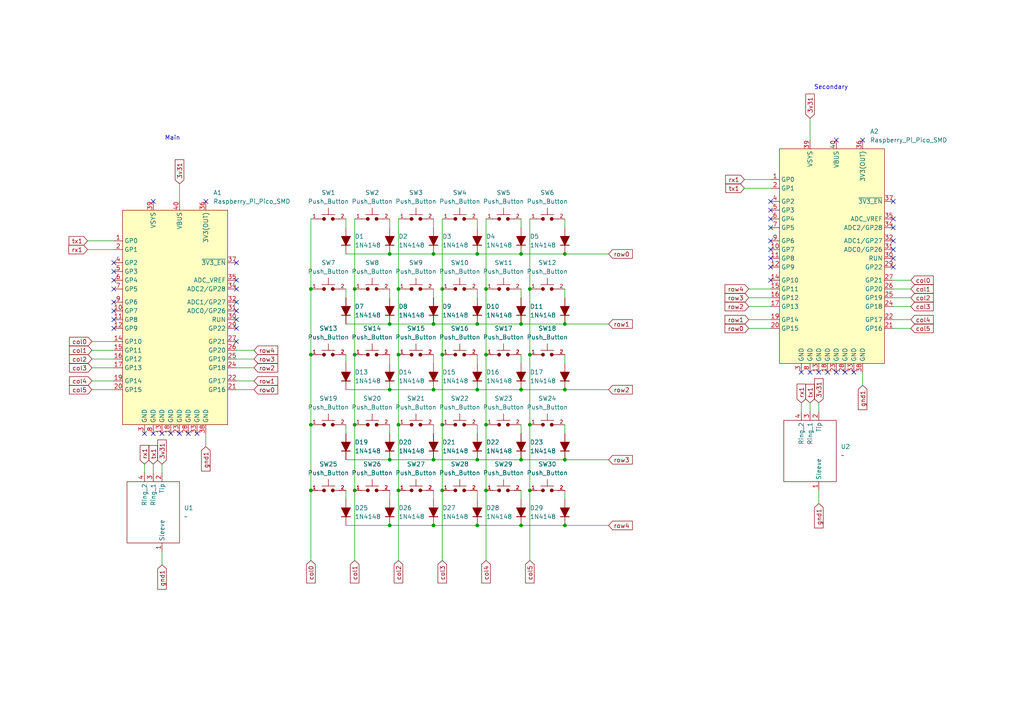
<source format=kicad_sch>
(kicad_sch (version 20250114) (generator "eeschema") (generator_version "9.0")
  (paper "A4")
  (lib_symbols
    (symbol "PCM_Diode_AKL:1N4148" (pin_numbers (hide yes)) (pin_names (offset 1.016) (hide yes))
      (property "Reference" "D" (at 0 5.08 0))
      (property "Value" "1N4148" (at 0 2.54 0))
      (symbol "1N4148_0_1"
        (polyline (pts (xy -1.27 1.27) (xy -1.27 -1.27) (xy 1.27 0) (xy -1.27 1.27)) (stroke (width 0.254)) (fill (type outline)))
        (polyline (pts (xy -1.27 0) (xy 1.27 0)))
        (polyline (pts (xy 1.27 1.27) (xy 1.27 -1.27)) (stroke (width 0.254)))
      )
      (symbol "1N4148_0_2"
        (polyline (pts (xy -2.54 -2.54) (xy 2.54 2.54)))
        (polyline (pts (xy -0.889 -0.889) (xy -1.778 0) (xy 0.889 0.889) (xy 0 -1.778) (xy -0.889 -0.889)) (stroke (width 0.254)) (fill (type outline)))
        (polyline (pts (xy 0 1.778) (xy 1.778 0)) (stroke (width 0.254)))
      )
      (symbol "1N4148_1_1"
        (pin passive line (at -3.81 0 0) (length 2.54) (name "A") (number "2"))
        (pin passive line (at 3.81 0 180) (length 2.54) (name "K") (number "1"))
      )
      (symbol "1N4148_1_2"
        (pin passive line (at -2.54 -2.54 0) (length 0) (name "A") (number "2"))
        (pin passive line (at 2.54 2.54 180) (length 0) (name "K") (number "1"))
      )
    )
    (symbol "PCM_SL_Devices:Push_Button"
      (property "Reference" "SW" (at 0 6.35 0))
      (property "Value" "Push_Button" (at 0 4.445 0))
      (symbol "Push_Button_0_1"
        (polyline (pts (xy -3.175 0) (xy -1.778 0)))
        (polyline (pts (xy -1.905 1.27) (xy 1.905 1.27)))
        (circle (center -1.27 0) (radius 0.4579) (fill (type outline)))
        (polyline (pts (xy 0 1.27) (xy 0 3.175)))
        (circle (center 1.27 0) (radius 0.4579) (fill (type outline)))
        (polyline (pts (xy 1.778 0) (xy 3.175 0)))
      )
      (symbol "Push_Button_1_1"
        (pin passive line (at -5.08 0 0) (length 2) (name "") (number "1"))
        (pin passive line (at 5.08 0 180) (length 2) (name "") (number "2"))
      )
    )
    (symbol "symbols:4ucon_trrs_3.5_smd"
      (property "Reference" "U" (at 0 0 0))
      (symbol "4ucon_trrs_3.5_smd_0_1"
        (polyline (pts (xy -5.08 8.89) (xy 10.16 8.89) (xy 10.16 -8.89) (xy -5.08 -8.89) (xy -5.08 8.89)))
      )
      (symbol "4ucon_trrs_3.5_smd_1_1"
        (pin bidirectional line (at 0 11.43 270) (length 2.54) (name "Ring_2") (number "4"))
        (pin bidirectional line (at 2.54 11.43 270) (length 2.54) (name "Ring_1") (number "3"))
        (pin bidirectional line (at 5.08 11.43 270) (length 2.54) (name "Tip") (number "2"))
        (pin bidirectional line (at 5.08 -11.43 90) (length 2.54) (name "Sleeve") (number "1"))
      )
    )
    (symbol "symbols:Raspberry_Pi_Pico_SMD"
      (property "Reference" "A" (at 12.7 34.29 0))
      (property "Value" "Raspberry_Pi_Pico_SMD" (at 21.59 31.75 0))
      (symbol "Raspberry_Pi_Pico_SMD_0_1"
        (rectangle (start -15.24 29.21) (end 15.24 -33.02) (fill (type background)))
      )
      (symbol "Raspberry_Pi_Pico_SMD_1_1"
        (pin bidirectional line (at -17.78 20.32 0) (length 2.54) (name "GP0") (number "1"))
        (pin bidirectional line (at -17.78 17.78 0) (length 2.54) (name "GP1") (number "2"))
        (pin bidirectional line (at -17.78 13.97 0) (length 2.54) (name "GP2") (number "4"))
        (pin bidirectional line (at -17.78 11.43 0) (length 2.54) (name "GP3") (number "5"))
        (pin bidirectional line (at -17.78 8.89 0) (length 2.54) (name "GP4") (number "6"))
        (pin bidirectional line (at -17.78 6.35 0) (length 2.54) (name "GP5") (number "7"))
        (pin bidirectional line (at -17.78 2.54 0) (length 2.54) (name "GP6") (number "9"))
        (pin bidirectional line (at -17.78 0 0) (length 2.54) (name "GP7") (number "10"))
        (pin bidirectional line (at -17.78 -2.54 0) (length 2.54) (name "GP8") (number "11"))
        (pin bidirectional line (at -17.78 -5.08 0) (length 2.54) (name "GP9") (number "12"))
        (pin bidirectional line (at -17.78 -8.89 0) (length 2.54) (name "GP10") (number "14"))
        (pin bidirectional line (at -17.78 -11.43 0) (length 2.54) (name "GP11") (number "15"))
        (pin bidirectional line (at -17.78 -13.97 0) (length 2.54) (name "GP12") (number "16"))
        (pin bidirectional line (at -17.78 -16.51 0) (length 2.54) (name "GP13") (number "17"))
        (pin bidirectional line (at -17.78 -20.32 0) (length 2.54) (name "GP14") (number "19"))
        (pin bidirectional line (at -17.78 -22.86 0) (length 2.54) (name "GP15") (number "20"))
        (pin power_in line (at -8.89 -35.56 90) (length 2.54) (name "GND") (number "3"))
        (pin power_in line (at -6.35 31.75 270) (length 2.54) (name "VSYS") (number "39"))
        (pin power_in line (at -6.35 -35.56 90) (length 2.54) (name "GND") (number "8"))
        (pin power_in line (at -3.81 -35.56 90) (length 2.54) (name "GND") (number "13"))
        (pin power_in line (at -1.27 -35.56 90) (length 2.54) (name "GND") (number "18"))
        (pin power_in line (at 1.27 31.75 270) (length 2.54) (name "VBUS") (number "40"))
        (pin power_in line (at 1.27 -35.56 90) (length 2.54) (name "GND") (number "23"))
        (pin power_in line (at 3.81 -35.56 90) (length 2.54) (name "GND") (number "28"))
        (pin power_in line (at 6.35 -35.56 90) (length 2.54) (name "GND") (number "33"))
        (pin power_in line (at 8.89 31.75 270) (length 2.54) (name "3V3(OUT)") (number "36"))
        (pin power_in line (at 8.89 -35.56 90) (length 2.54) (name "GND") (number "38"))
        (pin bidirectional line (at 17.78 13.97 180) (length 2.54) (name "~{3V3_EN}") (number "37"))
        (pin bidirectional line (at 17.78 8.89 180) (length 2.54) (name "ADC_VREF") (number "35"))
        (pin bidirectional line (at 17.78 6.35 180) (length 2.54) (name "ADC2/GP28") (number "34"))
        (pin bidirectional line (at 17.78 2.54 180) (length 2.54) (name "ADC1/GP27") (number "32"))
        (pin bidirectional line (at 17.78 0 180) (length 2.54) (name "ADC0/GP26") (number "31"))
        (pin bidirectional line (at 17.78 -2.54 180) (length 2.54) (name "RUN") (number "30"))
        (pin bidirectional line (at 17.78 -5.08 180) (length 2.54) (name "GP22") (number "29"))
        (pin bidirectional line (at 17.78 -8.89 180) (length 2.54) (name "GP21") (number "27"))
        (pin bidirectional line (at 17.78 -11.43 180) (length 2.54) (name "GP20") (number "26"))
        (pin bidirectional line (at 17.78 -13.97 180) (length 2.54) (name "GP19") (number "25"))
        (pin bidirectional line (at 17.78 -16.51 180) (length 2.54) (name "GP18") (number "24"))
        (pin bidirectional line (at 17.78 -20.32 180) (length 2.54) (name "GP17") (number "22"))
        (pin bidirectional line (at 17.78 -22.86 180) (length 2.54) (name "GP16") (number "21"))
      )
    )
  )
  (text "Main" (at 50.038 40.132 0) (effects (font (size 1.27 1.27))))
  (text "Secondary" (at 241.046 25.4 0) (effects (font (size 1.27 1.27))))
  (junction (at 153.67 83.82))
  (junction (at 102.87 123.19))
  (junction (at 90.17 142.24))
  (junction (at 140.97 142.24))
  (junction (at 151.13 73.66))
  (junction (at 90.17 102.87))
  (junction (at 90.17 123.19))
  (junction (at 151.13 152.4))
  (junction (at 125.73 73.66))
  (junction (at 138.43 93.98))
  (junction (at 128.27 83.82))
  (junction (at 151.13 133.35))
  (junction (at 153.67 102.87))
  (junction (at 151.13 113.03))
  (junction (at 102.87 102.87))
  (junction (at 138.43 152.4))
  (junction (at 151.13 93.98))
  (junction (at 125.73 133.35))
  (junction (at 113.03 93.98))
  (junction (at 138.43 113.03))
  (junction (at 102.87 142.24))
  (junction (at 140.97 123.19))
  (junction (at 163.83 152.4))
  (junction (at 115.57 123.19))
  (junction (at 102.87 83.82))
  (junction (at 138.43 73.66))
  (junction (at 138.43 133.35))
  (junction (at 113.03 152.4))
  (junction (at 115.57 142.24))
  (junction (at 115.57 83.82))
  (junction (at 163.83 73.66))
  (junction (at 113.03 73.66))
  (junction (at 113.03 133.35))
  (junction (at 125.73 152.4))
  (junction (at 125.73 93.98))
  (junction (at 113.03 113.03))
  (junction (at 140.97 83.82))
  (junction (at 163.83 113.03))
  (junction (at 163.83 93.98))
  (junction (at 163.83 133.35))
  (junction (at 128.27 142.24))
  (junction (at 140.97 102.87))
  (junction (at 128.27 102.87))
  (junction (at 90.17 83.82))
  (junction (at 153.67 142.24))
  (junction (at 125.73 113.03))
  (junction (at 115.57 102.87))
  (junction (at 153.67 123.19))
  (junction (at 128.27 123.19))
  (no_connect (at 223.52 72.39))
  (no_connect (at 52.07 125.73))
  (no_connect (at 68.58 87.63))
  (no_connect (at 68.58 92.71))
  (no_connect (at 44.45 125.73))
  (no_connect (at 57.15 125.73))
  (no_connect (at 68.58 90.17))
  (no_connect (at 46.99 125.73))
  (no_connect (at 33.02 87.63))
  (no_connect (at 33.02 92.71))
  (no_connect (at 68.58 76.2))
  (no_connect (at 33.02 83.82))
  (no_connect (at 33.02 78.74))
  (no_connect (at 68.58 99.06))
  (no_connect (at 237.49 107.95))
  (no_connect (at 259.08 63.5))
  (no_connect (at 247.65 107.95))
  (no_connect (at 223.52 74.93))
  (no_connect (at 41.91 125.73))
  (no_connect (at 259.08 77.47))
  (no_connect (at 44.45 58.42))
  (no_connect (at 223.52 63.5))
  (no_connect (at 223.52 58.42))
  (no_connect (at 259.08 72.39))
  (no_connect (at 49.53 125.73))
  (no_connect (at 33.02 90.17))
  (no_connect (at 59.69 58.42))
  (no_connect (at 259.08 66.04))
  (no_connect (at 242.57 40.64))
  (no_connect (at 54.61 125.73))
  (no_connect (at 223.52 77.47))
  (no_connect (at 250.19 40.64))
  (no_connect (at 68.58 81.28))
  (no_connect (at 232.41 107.95))
  (no_connect (at 33.02 95.25))
  (no_connect (at 259.08 69.85))
  (no_connect (at 223.52 69.85))
  (no_connect (at 234.95 107.95))
  (no_connect (at 33.02 76.2))
  (no_connect (at 223.52 60.96))
  (no_connect (at 68.58 95.25))
  (no_connect (at 259.08 74.93))
  (no_connect (at 33.02 81.28))
  (no_connect (at 242.57 107.95))
  (no_connect (at 240.03 107.95))
  (no_connect (at 68.58 83.82))
  (no_connect (at 223.52 81.28))
  (no_connect (at 245.11 107.95))
  (no_connect (at 259.08 58.42))
  (no_connect (at 223.52 66.04))
  (wire (pts (xy 217.17 83.82) (xy 223.52 83.82)))
  (wire (pts (xy 113.03 133.35) (xy 125.73 133.35)))
  (wire (pts (xy 217.17 92.71) (xy 223.52 92.71)))
  (wire (pts (xy 46.99 134.62) (xy 46.99 137.16)))
  (wire (pts (xy 26.67 113.03) (xy 33.02 113.03)))
  (wire (pts (xy 68.58 113.03) (xy 73.66 113.03)))
  (wire (pts (xy 140.97 63.5) (xy 140.97 83.82)))
  (wire (pts (xy 125.73 133.35) (xy 138.43 133.35)))
  (wire (pts (xy 163.83 73.66) (xy 176.53 73.66)))
  (wire (pts (xy 151.13 83.82) (xy 151.13 86.36)))
  (wire (pts (xy 259.08 95.25) (xy 264.16 95.25)))
  (wire (pts (xy 113.03 113.03) (xy 125.73 113.03)))
  (wire (pts (xy 163.83 152.4) (xy 176.53 152.4)))
  (wire (pts (xy 125.73 123.19) (xy 125.73 125.73)))
  (wire (pts (xy 128.27 123.19) (xy 128.27 142.24)))
  (wire (pts (xy 100.33 142.24) (xy 100.33 144.78)))
  (wire (pts (xy 115.57 63.5) (xy 115.57 83.82)))
  (wire (pts (xy 250.19 107.95) (xy 250.19 111.76)))
  (wire (pts (xy 237.49 116.84) (xy 237.49 119.38)))
  (wire (pts (xy 113.03 142.24) (xy 113.03 144.78)))
  (wire (pts (xy 259.08 83.82) (xy 264.16 83.82)))
  (wire (pts (xy 125.73 152.4) (xy 138.43 152.4)))
  (wire (pts (xy 163.83 113.03) (xy 176.53 113.03)))
  (wire (pts (xy 102.87 142.24) (xy 102.87 162.56)))
  (wire (pts (xy 234.95 34.29) (xy 234.95 40.64)))
  (wire (pts (xy 234.95 116.84) (xy 234.95 119.38)))
  (wire (pts (xy 153.67 142.24) (xy 153.67 162.56)))
  (wire (pts (xy 163.83 93.98) (xy 176.53 93.98)))
  (wire (pts (xy 163.83 102.87) (xy 163.83 105.41)))
  (wire (pts (xy 68.58 110.49) (xy 73.66 110.49)))
  (wire (pts (xy 217.17 88.9) (xy 223.52 88.9)))
  (wire (pts (xy 115.57 123.19) (xy 115.57 142.24)))
  (wire (pts (xy 140.97 102.87) (xy 140.97 123.19)))
  (wire (pts (xy 138.43 63.5) (xy 138.43 66.04)))
  (wire (pts (xy 26.67 104.14) (xy 33.02 104.14)))
  (wire (pts (xy 153.67 123.19) (xy 153.67 142.24)))
  (wire (pts (xy 232.41 116.84) (xy 232.41 119.38)))
  (wire (pts (xy 100.33 123.19) (xy 100.33 125.73)))
  (wire (pts (xy 102.87 83.82) (xy 102.87 102.87)))
  (wire (pts (xy 68.58 104.14) (xy 73.66 104.14)))
  (wire (pts (xy 215.9 54.61) (xy 223.52 54.61)))
  (wire (pts (xy 128.27 142.24) (xy 128.27 162.56)))
  (wire (pts (xy 138.43 93.98) (xy 151.13 93.98)))
  (wire (pts (xy 25.4 72.39) (xy 33.02 72.39)))
  (wire (pts (xy 138.43 73.66) (xy 151.13 73.66)))
  (wire (pts (xy 237.49 142.24) (xy 237.49 146.05)))
  (wire (pts (xy 115.57 102.87) (xy 115.57 123.19)))
  (wire (pts (xy 153.67 63.5) (xy 153.67 83.82)))
  (wire (pts (xy 59.69 125.73) (xy 59.69 129.54)))
  (wire (pts (xy 151.13 102.87) (xy 151.13 105.41)))
  (wire (pts (xy 125.73 73.66) (xy 138.43 73.66)))
  (wire (pts (xy 102.87 102.87) (xy 102.87 123.19)))
  (wire (pts (xy 125.73 142.24) (xy 125.73 144.78)))
  (wire (pts (xy 151.13 73.66) (xy 163.83 73.66)))
  (wire (pts (xy 259.08 86.36) (xy 264.16 86.36)))
  (wire (pts (xy 100.33 133.35) (xy 113.03 133.35)))
  (wire (pts (xy 52.07 53.34) (xy 52.07 58.42)))
  (wire (pts (xy 90.17 123.19) (xy 90.17 142.24)))
  (wire (pts (xy 140.97 142.24) (xy 140.97 162.56)))
  (wire (pts (xy 90.17 83.82) (xy 90.17 102.87)))
  (wire (pts (xy 138.43 152.4) (xy 151.13 152.4)))
  (wire (pts (xy 113.03 102.87) (xy 113.03 105.41)))
  (wire (pts (xy 138.43 142.24) (xy 138.43 144.78)))
  (wire (pts (xy 153.67 83.82) (xy 153.67 102.87)))
  (wire (pts (xy 215.9 52.07) (xy 223.52 52.07)))
  (wire (pts (xy 128.27 63.5) (xy 128.27 83.82)))
  (wire (pts (xy 100.33 93.98) (xy 113.03 93.98)))
  (wire (pts (xy 113.03 83.82) (xy 113.03 86.36)))
  (wire (pts (xy 68.58 106.68) (xy 73.66 106.68)))
  (wire (pts (xy 90.17 142.24) (xy 90.17 162.56)))
  (wire (pts (xy 115.57 83.82) (xy 115.57 102.87)))
  (wire (pts (xy 151.13 133.35) (xy 163.83 133.35)))
  (wire (pts (xy 138.43 123.19) (xy 138.43 125.73)))
  (wire (pts (xy 128.27 83.82) (xy 128.27 102.87)))
  (wire (pts (xy 125.73 93.98) (xy 138.43 93.98)))
  (wire (pts (xy 102.87 123.19) (xy 102.87 142.24)))
  (wire (pts (xy 113.03 123.19) (xy 113.03 125.73)))
  (wire (pts (xy 90.17 63.5) (xy 90.17 83.82)))
  (wire (pts (xy 125.73 102.87) (xy 125.73 105.41)))
  (wire (pts (xy 26.67 99.06) (xy 33.02 99.06)))
  (wire (pts (xy 140.97 123.19) (xy 140.97 142.24)))
  (wire (pts (xy 90.17 102.87) (xy 90.17 123.19)))
  (wire (pts (xy 138.43 113.03) (xy 151.13 113.03)))
  (wire (pts (xy 217.17 86.36) (xy 223.52 86.36)))
  (wire (pts (xy 100.33 73.66) (xy 113.03 73.66)))
  (wire (pts (xy 151.13 93.98) (xy 163.83 93.98)))
  (wire (pts (xy 138.43 133.35) (xy 151.13 133.35)))
  (wire (pts (xy 153.67 102.87) (xy 153.67 123.19)))
  (wire (pts (xy 25.4 69.85) (xy 33.02 69.85)))
  (wire (pts (xy 125.73 63.5) (xy 125.73 66.04)))
  (wire (pts (xy 115.57 142.24) (xy 115.57 162.56)))
  (wire (pts (xy 26.67 110.49) (xy 33.02 110.49)))
  (wire (pts (xy 113.03 63.5) (xy 113.03 66.04)))
  (wire (pts (xy 113.03 93.98) (xy 125.73 93.98)))
  (wire (pts (xy 163.83 142.24) (xy 163.83 144.78)))
  (wire (pts (xy 151.13 113.03) (xy 163.83 113.03)))
  (wire (pts (xy 26.67 101.6) (xy 33.02 101.6)))
  (wire (pts (xy 125.73 83.82) (xy 125.73 86.36)))
  (wire (pts (xy 163.83 63.5) (xy 163.83 66.04)))
  (wire (pts (xy 151.13 152.4) (xy 163.83 152.4)))
  (wire (pts (xy 138.43 83.82) (xy 138.43 86.36)))
  (wire (pts (xy 259.08 81.28) (xy 264.16 81.28)))
  (wire (pts (xy 151.13 123.19) (xy 151.13 125.73)))
  (wire (pts (xy 100.33 102.87) (xy 100.33 105.41)))
  (wire (pts (xy 128.27 102.87) (xy 128.27 123.19)))
  (wire (pts (xy 41.91 134.62) (xy 41.91 137.16)))
  (wire (pts (xy 100.33 83.82) (xy 100.33 86.36)))
  (wire (pts (xy 259.08 92.71) (xy 264.16 92.71)))
  (wire (pts (xy 68.58 101.6) (xy 73.66 101.6)))
  (wire (pts (xy 46.99 160.02) (xy 46.99 163.83)))
  (wire (pts (xy 217.17 95.25) (xy 223.52 95.25)))
  (wire (pts (xy 163.83 123.19) (xy 163.83 125.73)))
  (wire (pts (xy 102.87 63.5) (xy 102.87 83.82)))
  (wire (pts (xy 113.03 73.66) (xy 125.73 73.66)))
  (wire (pts (xy 138.43 102.87) (xy 138.43 105.41)))
  (wire (pts (xy 140.97 83.82) (xy 140.97 102.87)))
  (wire (pts (xy 100.33 113.03) (xy 113.03 113.03)))
  (wire (pts (xy 259.08 88.9) (xy 264.16 88.9)))
  (wire (pts (xy 151.13 63.5) (xy 151.13 66.04)))
  (wire (pts (xy 26.67 106.68) (xy 33.02 106.68)))
  (wire (pts (xy 100.33 63.5) (xy 100.33 66.04)))
  (wire (pts (xy 163.83 83.82) (xy 163.83 86.36)))
  (wire (pts (xy 113.03 152.4) (xy 125.73 152.4)))
  (wire (pts (xy 163.83 133.35) (xy 176.53 133.35)))
  (wire (pts (xy 100.33 152.4) (xy 113.03 152.4)))
  (wire (pts (xy 44.45 134.62) (xy 44.45 137.16)))
  (wire (pts (xy 151.13 142.24) (xy 151.13 144.78)))
  (wire (pts (xy 125.73 113.03) (xy 138.43 113.03)))
  (global_label "row4" (shape input) (at 176.53 152.4 0) (property "Intersheetrefs" "${INTERSHEET_REFS}" (effects (hide yes))))
  (global_label "3v31" (shape input) (at 234.95 34.29 90) (property "Intersheetrefs" "${INTERSHEET_REFS}" (effects (hide yes))))
  (global_label "row2" (shape input) (at 73.66 106.68 0) (property "Intersheetrefs" "${INTERSHEET_REFS}" (effects (hide yes))))
  (global_label "row1" (shape input) (at 176.53 93.98 0) (property "Intersheetrefs" "${INTERSHEET_REFS}" (effects (hide yes))))
  (global_label "col1" (shape input) (at 26.67 101.6 180) (property "Intersheetrefs" "${INTERSHEET_REFS}" (effects (hide yes))))
  (global_label "rx1" (shape input) (at 215.9 52.07 180) (property "Intersheetrefs" "${INTERSHEET_REFS}" (effects (hide yes))))
  (global_label "rx1" (shape input) (at 232.41 116.84 90) (property "Intersheetrefs" "${INTERSHEET_REFS}" (effects (hide yes))))
  (global_label "col0" (shape input) (at 90.17 162.56 270) (property "Intersheetrefs" "${INTERSHEET_REFS}" (effects (hide yes))))
  (global_label "rx1" (shape input) (at 41.91 134.62 90) (property "Intersheetrefs" "${INTERSHEET_REFS}" (effects (hide yes))))
  (global_label "row3" (shape input) (at 73.66 104.14 0) (property "Intersheetrefs" "${INTERSHEET_REFS}" (effects (hide yes))))
  (global_label "row1" (shape input) (at 73.66 110.49 0) (property "Intersheetrefs" "${INTERSHEET_REFS}" (effects (hide yes))))
  (global_label "col4" (shape input) (at 264.16 92.71 0) (property "Intersheetrefs" "${INTERSHEET_REFS}" (effects (hide yes))))
  (global_label "rx1" (shape input) (at 25.4 72.39 180) (property "Intersheetrefs" "${INTERSHEET_REFS}" (effects (hide yes))))
  (global_label "3v31" (shape input) (at 237.49 116.84 90) (property "Intersheetrefs" "${INTERSHEET_REFS}" (effects (hide yes))))
  (global_label "col3" (shape input) (at 264.16 88.9 0) (property "Intersheetrefs" "${INTERSHEET_REFS}" (effects (hide yes))))
  (global_label "gnd1" (shape input) (at 46.99 163.83 270) (property "Intersheetrefs" "${INTERSHEET_REFS}" (effects (hide yes))))
  (global_label "tx1" (shape input) (at 234.95 116.84 90) (property "Intersheetrefs" "${INTERSHEET_REFS}" (effects (hide yes))))
  (global_label "row0" (shape input) (at 176.53 73.66 0) (property "Intersheetrefs" "${INTERSHEET_REFS}" (effects (hide yes))))
  (global_label "row3" (shape input) (at 176.53 133.35 0) (property "Intersheetrefs" "${INTERSHEET_REFS}" (effects (hide yes))))
  (global_label "tx1" (shape input) (at 215.9 54.61 180) (property "Intersheetrefs" "${INTERSHEET_REFS}" (effects (hide yes))))
  (global_label "row4" (shape input) (at 73.66 101.6 0) (property "Intersheetrefs" "${INTERSHEET_REFS}" (effects (hide yes))))
  (global_label "col2" (shape input) (at 26.67 104.14 180) (property "Intersheetrefs" "${INTERSHEET_REFS}" (effects (hide yes))))
  (global_label "col3" (shape input) (at 26.67 106.68 180) (property "Intersheetrefs" "${INTERSHEET_REFS}" (effects (hide yes))))
  (global_label "row0" (shape input) (at 217.17 95.25 180) (property "Intersheetrefs" "${INTERSHEET_REFS}" (effects (hide yes))))
  (global_label "col0" (shape input) (at 26.67 99.06 180) (property "Intersheetrefs" "${INTERSHEET_REFS}" (effects (hide yes))))
  (global_label "3v31" (shape input) (at 46.99 134.62 90) (property "Intersheetrefs" "${INTERSHEET_REFS}" (effects (hide yes))))
  (global_label "tx1" (shape input) (at 44.45 134.62 90) (property "Intersheetrefs" "${INTERSHEET_REFS}" (effects (hide yes))))
  (global_label "col3" (shape input) (at 128.27 162.56 270) (property "Intersheetrefs" "${INTERSHEET_REFS}" (effects (hide yes))))
  (global_label "col1" (shape input) (at 264.16 83.82 0) (property "Intersheetrefs" "${INTERSHEET_REFS}" (effects (hide yes))))
  (global_label "row2" (shape input) (at 176.53 113.03 0) (property "Intersheetrefs" "${INTERSHEET_REFS}" (effects (hide yes))))
  (global_label "col1" (shape input) (at 102.87 162.56 270) (property "Intersheetrefs" "${INTERSHEET_REFS}" (effects (hide yes))))
  (global_label "col2" (shape input) (at 264.16 86.36 0) (property "Intersheetrefs" "${INTERSHEET_REFS}" (effects (hide yes))))
  (global_label "row2" (shape input) (at 217.17 88.9 180) (property "Intersheetrefs" "${INTERSHEET_REFS}" (effects (hide yes))))
  (global_label "3v31" (shape input) (at 52.07 53.34 90) (property "Intersheetrefs" "${INTERSHEET_REFS}" (effects (hide yes))))
  (global_label "col5" (shape input) (at 26.67 113.03 180) (property "Intersheetrefs" "${INTERSHEET_REFS}" (effects (hide yes))))
  (global_label "col2" (shape input) (at 115.57 162.56 270) (property "Intersheetrefs" "${INTERSHEET_REFS}" (effects (hide yes))))
  (global_label "col5" (shape input) (at 264.16 95.25 0) (property "Intersheetrefs" "${INTERSHEET_REFS}" (effects (hide yes))))
  (global_label "gnd1" (shape input) (at 59.69 129.54 270) (property "Intersheetrefs" "${INTERSHEET_REFS}" (effects (hide yes))))
  (global_label "row1" (shape input) (at 217.17 92.71 180) (property "Intersheetrefs" "${INTERSHEET_REFS}" (effects (hide yes))))
  (global_label "tx1" (shape input) (at 25.4 69.85 180) (property "Intersheetrefs" "${INTERSHEET_REFS}" (effects (hide yes))))
  (global_label "col4" (shape input) (at 140.97 162.56 270) (property "Intersheetrefs" "${INTERSHEET_REFS}" (effects (hide yes))))
  (global_label "gnd1" (shape input) (at 250.19 111.76 270) (property "Intersheetrefs" "${INTERSHEET_REFS}" (effects (hide yes))))
  (global_label "col0" (shape input) (at 264.16 81.28 0) (property "Intersheetrefs" "${INTERSHEET_REFS}" (effects (hide yes))))
  (global_label "gnd1" (shape input) (at 237.49 146.05 270) (property "Intersheetrefs" "${INTERSHEET_REFS}" (effects (hide yes))))
  (global_label "row3" (shape input) (at 217.17 86.36 180) (property "Intersheetrefs" "${INTERSHEET_REFS}" (effects (hide yes))))
  (global_label "col4" (shape input) (at 26.67 110.49 180) (property "Intersheetrefs" "${INTERSHEET_REFS}" (effects (hide yes))))
  (global_label "col5" (shape input) (at 153.67 162.56 270) (property "Intersheetrefs" "${INTERSHEET_REFS}" (effects (hide yes))))
  (global_label "row4" (shape input) (at 217.17 83.82 180) (property "Intersheetrefs" "${INTERSHEET_REFS}" (effects (hide yes))))
  (global_label "row0" (shape input) (at 73.66 113.03 0) (property "Intersheetrefs" "${INTERSHEET_REFS}" (effects (hide yes))))
  (symbol (lib_id "symbols:4ucon_trrs_3.5_smd") (at 41.91 148.59 0) (unit 1)
    (property "Reference" "U1" (at 53.34 147.3199 0) (effects (justify left)))
    (property "Value" "~" (at 53.34 149.8599 0) (effects (justify left)))
    (property "Footprint" "footprints:4ucon trrs 3.5 smd" (effects (hide yes)))
  )
  (symbol (lib_id "PCM_Diode_AKL:1N4148") (at 125.73 90.17 270) (unit 1)
    (property "Reference" "D9" (at 128.27 88.8999 90) (effects (justify left)))
    (property "Value" "1N4148" (at 128.27 91.4399 90) (effects (justify left)))
    (property "Footprint" "PCM_Diode_THT_AKL:D_DO-35_SOD27_P7.62mm_Horizontal" (effects (hide yes)))
    (property "Datasheet" "https://datasheet.octopart.com/1N4148TR-ON-Semiconductor-datasheet-42765246.pdf" (effects (hide yes)))
    (property "Description" "DO-35 Diode, Small Signal, Fast Switching, 75V, 150mA, 4ns, Alternate KiCad Library" (effects (hide yes)))
  )
  (symbol (lib_id "PCM_SL_Devices:Push_Button") (at 158.75 102.87 0) (unit 1)
    (property "Reference" "SW18" (at 158.75 95.25 0))
    (property "Value" "Push_Button" (at 158.75 97.79 0))
    (property "Footprint" "footprints:SW_Kailh_Choc_V2_1.00u_double-sided" (effects (hide yes)))
    (property "Description" "Common 6mmx6mm Push Button" (effects (hide yes)))
  )
  (symbol (lib_id "PCM_Diode_AKL:1N4148") (at 151.13 90.17 270) (unit 1)
    (property "Reference" "D11" (at 153.67 88.8999 90) (effects (justify left)))
    (property "Value" "1N4148" (at 153.67 91.4399 90) (effects (justify left)))
    (property "Footprint" "PCM_Diode_THT_AKL:D_DO-35_SOD27_P7.62mm_Horizontal" (effects (hide yes)))
    (property "Datasheet" "https://datasheet.octopart.com/1N4148TR-ON-Semiconductor-datasheet-42765246.pdf" (effects (hide yes)))
    (property "Description" "DO-35 Diode, Small Signal, Fast Switching, 75V, 150mA, 4ns, Alternate KiCad Library" (effects (hide yes)))
  )
  (symbol (lib_id "PCM_Diode_AKL:1N4148") (at 163.83 148.59 270) (unit 1)
    (property "Reference" "D30" (effects (hide yes)))
    (property "Value" "1N4148" (effects (hide yes)))
    (property "Footprint" "PCM_Diode_THT_AKL:D_DO-35_SOD27_P7.62mm_Horizontal" (effects (hide yes)))
    (property "Datasheet" "https://datasheet.octopart.com/1N4148TR-ON-Semiconductor-datasheet-42765246.pdf" (effects (hide yes)))
    (property "Description" "DO-35 Diode, Small Signal, Fast Switching, 75V, 150mA, 4ns, Alternate KiCad Library" (effects (hide yes)))
  )
  (symbol (lib_id "PCM_SL_Devices:Push_Button") (at 120.65 83.82 0) (unit 1)
    (property "Reference" "SW9" (at 120.65 76.2 0))
    (property "Value" "Push_Button" (at 120.65 78.74 0))
    (property "Footprint" "footprints:SW_Kailh_Choc_V2_1.00u_double-sided" (effects (hide yes)))
    (property "Description" "Common 6mmx6mm Push Button" (effects (hide yes)))
  )
  (symbol (lib_id "PCM_Diode_AKL:1N4148") (at 113.03 109.22 270) (unit 1)
    (property "Reference" "D14" (at 115.57 107.9499 90) (effects (justify left)))
    (property "Value" "1N4148" (at 115.57 110.4899 90) (effects (justify left)))
    (property "Footprint" "PCM_Diode_THT_AKL:D_DO-35_SOD27_P7.62mm_Horizontal" (effects (hide yes)))
    (property "Datasheet" "https://datasheet.octopart.com/1N4148TR-ON-Semiconductor-datasheet-42765246.pdf" (effects (hide yes)))
    (property "Description" "DO-35 Diode, Small Signal, Fast Switching, 75V, 150mA, 4ns, Alternate KiCad Library" (effects (hide yes)))
  )
  (symbol (lib_id "PCM_SL_Devices:Push_Button") (at 133.35 83.82 0) (unit 1)
    (property "Reference" "SW10" (at 133.35 76.2 0))
    (property "Value" "Push_Button" (at 133.35 78.74 0))
    (property "Footprint" "footprints:SW_Kailh_Choc_V2_1.00u_double-sided" (effects (hide yes)))
    (property "Description" "Common 6mmx6mm Push Button" (effects (hide yes)))
  )
  (symbol (lib_id "PCM_Diode_AKL:1N4148") (at 151.13 129.54 270) (unit 1)
    (property "Reference" "D23" (at 153.67 128.2699 90) (effects (justify left)))
    (property "Value" "1N4148" (at 153.67 130.8099 90) (effects (justify left)))
    (property "Footprint" "PCM_Diode_THT_AKL:D_DO-35_SOD27_P7.62mm_Horizontal" (effects (hide yes)))
    (property "Datasheet" "https://datasheet.octopart.com/1N4148TR-ON-Semiconductor-datasheet-42765246.pdf" (effects (hide yes)))
    (property "Description" "DO-35 Diode, Small Signal, Fast Switching, 75V, 150mA, 4ns, Alternate KiCad Library" (effects (hide yes)))
  )
  (symbol (lib_id "PCM_Diode_AKL:1N4148") (at 138.43 109.22 270) (unit 1)
    (property "Reference" "D16" (at 140.97 107.9499 90) (effects (justify left)))
    (property "Value" "1N4148" (at 140.97 110.4899 90) (effects (justify left)))
    (property "Footprint" "PCM_Diode_THT_AKL:D_DO-35_SOD27_P7.62mm_Horizontal" (effects (hide yes)))
    (property "Datasheet" "https://datasheet.octopart.com/1N4148TR-ON-Semiconductor-datasheet-42765246.pdf" (effects (hide yes)))
    (property "Description" "DO-35 Diode, Small Signal, Fast Switching, 75V, 150mA, 4ns, Alternate KiCad Library" (effects (hide yes)))
  )
  (symbol (lib_id "PCM_Diode_AKL:1N4148") (at 100.33 69.85 270) (unit 1)
    (property "Reference" "D1" (at 102.87 68.5799 90) (effects (justify left)))
    (property "Value" "1N4148" (at 102.87 71.1199 90) (effects (justify left)))
    (property "Footprint" "PCM_Diode_THT_AKL:D_DO-35_SOD27_P7.62mm_Horizontal" (effects (hide yes)))
    (property "Datasheet" "https://datasheet.octopart.com/1N4148TR-ON-Semiconductor-datasheet-42765246.pdf" (effects (hide yes)))
    (property "Description" "DO-35 Diode, Small Signal, Fast Switching, 75V, 150mA, 4ns, Alternate KiCad Library" (effects (hide yes)))
  )
  (symbol (lib_id "PCM_SL_Devices:Push_Button") (at 133.35 123.19 0) (unit 1)
    (property "Reference" "SW22" (at 133.35 115.57 0))
    (property "Value" "Push_Button" (at 133.35 118.11 0))
    (property "Footprint" "footprints:SW_Kailh_Choc_V2_1.00u_double-sided" (effects (hide yes)))
    (property "Description" "Common 6mmx6mm Push Button" (effects (hide yes)))
  )
  (symbol (lib_id "PCM_Diode_AKL:1N4148") (at 100.33 90.17 270) (unit 1)
    (property "Reference" "D7" (at 102.87 88.8999 90) (effects (justify left)))
    (property "Value" "1N4148" (at 102.87 91.4399 90) (effects (justify left)))
    (property "Footprint" "PCM_Diode_THT_AKL:D_DO-35_SOD27_P7.62mm_Horizontal" (effects (hide yes)))
    (property "Datasheet" "https://datasheet.octopart.com/1N4148TR-ON-Semiconductor-datasheet-42765246.pdf" (effects (hide yes)))
    (property "Description" "DO-35 Diode, Small Signal, Fast Switching, 75V, 150mA, 4ns, Alternate KiCad Library" (effects (hide yes)))
  )
  (symbol (lib_id "PCM_Diode_AKL:1N4148") (at 125.73 109.22 270) (unit 1)
    (property "Reference" "D15" (at 128.27 107.9499 90) (effects (justify left)))
    (property "Value" "1N4148" (at 128.27 110.4899 90) (effects (justify left)))
    (property "Footprint" "PCM_Diode_THT_AKL:D_DO-35_SOD27_P7.62mm_Horizontal" (effects (hide yes)))
    (property "Datasheet" "https://datasheet.octopart.com/1N4148TR-ON-Semiconductor-datasheet-42765246.pdf" (effects (hide yes)))
    (property "Description" "DO-35 Diode, Small Signal, Fast Switching, 75V, 150mA, 4ns, Alternate KiCad Library" (effects (hide yes)))
  )
  (symbol (lib_id "PCM_Diode_AKL:1N4148") (at 113.03 129.54 270) (unit 1)
    (property "Reference" "D20" (at 115.57 128.2699 90) (effects (justify left)))
    (property "Value" "1N4148" (at 115.57 130.8099 90) (effects (justify left)))
    (property "Footprint" "PCM_Diode_THT_AKL:D_DO-35_SOD27_P7.62mm_Horizontal" (effects (hide yes)))
    (property "Datasheet" "https://datasheet.octopart.com/1N4148TR-ON-Semiconductor-datasheet-42765246.pdf" (effects (hide yes)))
    (property "Description" "DO-35 Diode, Small Signal, Fast Switching, 75V, 150mA, 4ns, Alternate KiCad Library" (effects (hide yes)))
  )
  (symbol (lib_id "PCM_SL_Devices:Push_Button") (at 146.05 83.82 0) (unit 1)
    (property "Reference" "SW11" (at 146.05 76.2 0))
    (property "Value" "Push_Button" (at 146.05 78.74 0))
    (property "Footprint" "footprints:SW_Kailh_Choc_V2_1.00u_double-sided" (effects (hide yes)))
    (property "Description" "Common 6mmx6mm Push Button" (effects (hide yes)))
  )
  (symbol (lib_id "PCM_Diode_AKL:1N4148") (at 151.13 69.85 270) (unit 1)
    (property "Reference" "D5" (at 153.67 68.5799 90) (effects (justify left)))
    (property "Value" "1N4148" (at 153.67 71.1199 90) (effects (justify left)))
    (property "Footprint" "PCM_Diode_THT_AKL:D_DO-35_SOD27_P7.62mm_Horizontal" (effects (hide yes)))
    (property "Datasheet" "https://datasheet.octopart.com/1N4148TR-ON-Semiconductor-datasheet-42765246.pdf" (effects (hide yes)))
    (property "Description" "DO-35 Diode, Small Signal, Fast Switching, 75V, 150mA, 4ns, Alternate KiCad Library" (effects (hide yes)))
  )
  (symbol (lib_id "PCM_Diode_AKL:1N4148") (at 138.43 148.59 270) (unit 1)
    (property "Reference" "D28" (at 140.97 147.3199 90) (effects (justify left)))
    (property "Value" "1N4148" (at 140.97 149.8599 90) (effects (justify left)))
    (property "Footprint" "PCM_Diode_THT_AKL:D_DO-35_SOD27_P7.62mm_Horizontal" (effects (hide yes)))
    (property "Datasheet" "https://datasheet.octopart.com/1N4148TR-ON-Semiconductor-datasheet-42765246.pdf" (effects (hide yes)))
    (property "Description" "DO-35 Diode, Small Signal, Fast Switching, 75V, 150mA, 4ns, Alternate KiCad Library" (effects (hide yes)))
  )
  (symbol (lib_id "PCM_Diode_AKL:1N4148") (at 151.13 109.22 270) (unit 1)
    (property "Reference" "D17" (at 153.67 107.9499 90) (effects (justify left)))
    (property "Value" "1N4148" (at 153.67 110.4899 90) (effects (justify left)))
    (property "Footprint" "PCM_Diode_THT_AKL:D_DO-35_SOD27_P7.62mm_Horizontal" (effects (hide yes)))
    (property "Datasheet" "https://datasheet.octopart.com/1N4148TR-ON-Semiconductor-datasheet-42765246.pdf" (effects (hide yes)))
    (property "Description" "DO-35 Diode, Small Signal, Fast Switching, 75V, 150mA, 4ns, Alternate KiCad Library" (effects (hide yes)))
  )
  (symbol (lib_id "PCM_SL_Devices:Push_Button") (at 95.25 102.87 0) (unit 1)
    (property "Reference" "SW13" (at 95.25 95.25 0))
    (property "Value" "Push_Button" (at 95.25 97.79 0))
    (property "Footprint" "footprints:SW_Kailh_Choc_V2_1.00u_double-sided" (effects (hide yes)))
    (property "Description" "Common 6mmx6mm Push Button" (effects (hide yes)))
  )
  (symbol (lib_id "symbols:4ucon_trrs_3.5_smd") (at 232.41 130.81 0) (unit 1)
    (property "Reference" "U2" (at 243.84 129.5399 0) (effects (justify left)))
    (property "Value" "~" (at 243.84 132.0799 0) (effects (justify left)))
    (property "Footprint" "footprints:4ucon trrs 3.5 smd back" (effects (hide yes)))
  )
  (symbol (lib_id "PCM_Diode_AKL:1N4148") (at 138.43 129.54 270) (unit 1)
    (property "Reference" "D22" (at 140.97 128.2699 90) (effects (justify left)))
    (property "Value" "1N4148" (at 140.97 130.8099 90) (effects (justify left)))
    (property "Footprint" "PCM_Diode_THT_AKL:D_DO-35_SOD27_P7.62mm_Horizontal" (effects (hide yes)))
    (property "Datasheet" "https://datasheet.octopart.com/1N4148TR-ON-Semiconductor-datasheet-42765246.pdf" (effects (hide yes)))
    (property "Description" "DO-35 Diode, Small Signal, Fast Switching, 75V, 150mA, 4ns, Alternate KiCad Library" (effects (hide yes)))
  )
  (symbol (lib_id "PCM_SL_Devices:Push_Button") (at 95.25 123.19 0) (unit 1)
    (property "Reference" "SW19" (at 95.25 115.57 0))
    (property "Value" "Push_Button" (at 95.25 118.11 0))
    (property "Footprint" "footprints:SW_Kailh_Choc_V2_1.00u_double-sided" (effects (hide yes)))
    (property "Description" "Common 6mmx6mm Push Button" (effects (hide yes)))
  )
  (symbol (lib_id "PCM_Diode_AKL:1N4148") (at 113.03 69.85 270) (unit 1)
    (property "Reference" "D2" (at 115.57 68.5799 90) (effects (justify left)))
    (property "Value" "1N4148" (at 115.57 71.1199 90) (effects (justify left)))
    (property "Footprint" "PCM_Diode_THT_AKL:D_DO-35_SOD27_P7.62mm_Horizontal" (effects (hide yes)))
    (property "Datasheet" "https://datasheet.octopart.com/1N4148TR-ON-Semiconductor-datasheet-42765246.pdf" (effects (hide yes)))
    (property "Description" "DO-35 Diode, Small Signal, Fast Switching, 75V, 150mA, 4ns, Alternate KiCad Library" (effects (hide yes)))
  )
  (symbol (lib_id "PCM_SL_Devices:Push_Button") (at 120.65 142.24 0) (unit 1)
    (property "Reference" "SW27" (at 120.65 134.62 0))
    (property "Value" "Push_Button" (at 120.65 137.16 0))
    (property "Footprint" "footprints:SW_Kailh_Choc_V2_1.00u_double-sided" (effects (hide yes)))
    (property "Description" "Common 6mmx6mm Push Button" (effects (hide yes)))
  )
  (symbol (lib_id "PCM_SL_Devices:Push_Button") (at 133.35 63.5 0) (unit 1)
    (property "Reference" "SW4" (at 133.35 55.88 0))
    (property "Value" "Push_Button" (at 133.35 58.42 0))
    (property "Footprint" "footprints:SW_Kailh_Choc_V2_1.00u_double-sided" (effects (hide yes)))
    (property "Description" "Common 6mmx6mm Push Button" (effects (hide yes)))
  )
  (symbol (lib_id "symbols:Raspberry_Pi_Pico_SMD") (at 50.8 90.17 0) (unit 1)
    (property "Reference" "A1" (at 61.8333 55.88 0) (effects (justify left)))
    (property "Value" "Raspberry_Pi_Pico_SMD" (at 61.8333 58.42 0) (effects (justify left)))
    (property "Footprint" "footprints:raspberry_pi_pico_SMD" (effects (hide yes)))
    (property "Description" "Development Board with RP2040 MCU" (effects (hide yes)))
  )
  (symbol (lib_id "PCM_SL_Devices:Push_Button") (at 107.95 63.5 0) (unit 1)
    (property "Reference" "SW2" (at 107.95 55.88 0))
    (property "Value" "Push_Button" (at 107.95 58.42 0))
    (property "Footprint" "footprints:SW_Kailh_Choc_V2_1.00u_double-sided" (effects (hide yes)))
    (property "Description" "Common 6mmx6mm Push Button" (effects (hide yes)))
  )
  (symbol (lib_id "PCM_SL_Devices:Push_Button") (at 146.05 123.19 0) (unit 1)
    (property "Reference" "SW23" (at 146.05 115.57 0))
    (property "Value" "Push_Button" (at 146.05 118.11 0))
    (property "Footprint" "footprints:SW_Kailh_Choc_V2_1.00u_double-sided" (effects (hide yes)))
    (property "Description" "Common 6mmx6mm Push Button" (effects (hide yes)))
  )
  (symbol (lib_id "PCM_Diode_AKL:1N4148") (at 125.73 69.85 270) (unit 1)
    (property "Reference" "D3" (at 128.27 68.5799 90) (effects (justify left)))
    (property "Value" "1N4148" (at 128.27 71.1199 90) (effects (justify left)))
    (property "Footprint" "PCM_Diode_THT_AKL:D_DO-35_SOD27_P7.62mm_Horizontal" (effects (hide yes)))
    (property "Datasheet" "https://datasheet.octopart.com/1N4148TR-ON-Semiconductor-datasheet-42765246.pdf" (effects (hide yes)))
    (property "Description" "DO-35 Diode, Small Signal, Fast Switching, 75V, 150mA, 4ns, Alternate KiCad Library" (effects (hide yes)))
  )
  (symbol (lib_id "PCM_Diode_AKL:1N4148") (at 100.33 109.22 270) (unit 1)
    (property "Reference" "D13" (at 102.87 107.9499 90) (effects (justify left)))
    (property "Value" "1N4148" (at 102.87 110.4899 90) (effects (justify left)))
    (property "Footprint" "PCM_Diode_THT_AKL:D_DO-35_SOD27_P7.62mm_Horizontal" (effects (hide yes)))
    (property "Datasheet" "https://datasheet.octopart.com/1N4148TR-ON-Semiconductor-datasheet-42765246.pdf" (effects (hide yes)))
    (property "Description" "DO-35 Diode, Small Signal, Fast Switching, 75V, 150mA, 4ns, Alternate KiCad Library" (effects (hide yes)))
  )
  (symbol (lib_id "PCM_SL_Devices:Push_Button") (at 146.05 142.24 0) (unit 1)
    (property "Reference" "SW29" (at 146.05 134.62 0))
    (property "Value" "Push_Button" (at 146.05 137.16 0))
    (property "Footprint" "footprints:SW_Kailh_Choc_V2_1.00u_double-sided" (effects (hide yes)))
    (property "Description" "Common 6mmx6mm Push Button" (effects (hide yes)))
  )
  (symbol (lib_id "PCM_Diode_AKL:1N4148") (at 100.33 148.59 270) (unit 1)
    (property "Reference" "D25" (at 102.87 147.3199 90) (effects (justify left)))
    (property "Value" "1N4148" (at 102.87 149.8599 90) (effects (justify left)))
    (property "Footprint" "PCM_Diode_THT_AKL:D_DO-35_SOD27_P7.62mm_Horizontal" (effects (hide yes)))
    (property "Datasheet" "https://datasheet.octopart.com/1N4148TR-ON-Semiconductor-datasheet-42765246.pdf" (effects (hide yes)))
    (property "Description" "DO-35 Diode, Small Signal, Fast Switching, 75V, 150mA, 4ns, Alternate KiCad Library" (effects (hide yes)))
  )
  (symbol (lib_id "PCM_Diode_AKL:1N4148") (at 138.43 90.17 270) (unit 1)
    (property "Reference" "D10" (at 140.97 88.8999 90) (effects (justify left)))
    (property "Value" "1N4148" (at 140.97 91.4399 90) (effects (justify left)))
    (property "Footprint" "PCM_Diode_THT_AKL:D_DO-35_SOD27_P7.62mm_Horizontal" (effects (hide yes)))
    (property "Datasheet" "https://datasheet.octopart.com/1N4148TR-ON-Semiconductor-datasheet-42765246.pdf" (effects (hide yes)))
    (property "Description" "DO-35 Diode, Small Signal, Fast Switching, 75V, 150mA, 4ns, Alternate KiCad Library" (effects (hide yes)))
  )
  (symbol (lib_id "PCM_SL_Devices:Push_Button") (at 107.95 102.87 0) (unit 1)
    (property "Reference" "SW14" (at 107.95 95.25 0))
    (property "Value" "Push_Button" (at 107.95 97.79 0))
    (property "Footprint" "footprints:SW_Kailh_Choc_V2_1.00u_double-sided" (effects (hide yes)))
    (property "Description" "Common 6mmx6mm Push Button" (effects (hide yes)))
  )
  (symbol (lib_id "PCM_SL_Devices:Push_Button") (at 158.75 63.5 0) (unit 1)
    (property "Reference" "SW6" (at 158.75 55.88 0))
    (property "Value" "Push_Button" (at 158.75 58.42 0))
    (property "Footprint" "footprints:SW_Kailh_Choc_V2_1.00u_double-sided" (effects (hide yes)))
    (property "Description" "Common 6mmx6mm Push Button" (effects (hide yes)))
  )
  (symbol (lib_id "PCM_SL_Devices:Push_Button") (at 146.05 63.5 0) (unit 1)
    (property "Reference" "SW5" (at 146.05 55.88 0))
    (property "Value" "Push_Button" (at 146.05 58.42 0))
    (property "Footprint" "footprints:SW_Kailh_Choc_V2_1.00u_double-sided" (effects (hide yes)))
    (property "Description" "Common 6mmx6mm Push Button" (effects (hide yes)))
  )
  (symbol (lib_id "PCM_SL_Devices:Push_Button") (at 133.35 102.87 0) (unit 1)
    (property "Reference" "SW16" (at 133.35 95.25 0))
    (property "Value" "Push_Button" (at 133.35 97.79 0))
    (property "Footprint" "footprints:SW_Kailh_Choc_V2_1.00u_double-sided" (effects (hide yes)))
    (property "Description" "Common 6mmx6mm Push Button" (effects (hide yes)))
  )
  (symbol (lib_id "PCM_SL_Devices:Push_Button") (at 120.65 63.5 0) (unit 1)
    (property "Reference" "SW3" (at 120.65 55.88 0))
    (property "Value" "Push_Button" (at 120.65 58.42 0))
    (property "Footprint" "footprints:SW_Kailh_Choc_V2_1.00u_double-sided" (effects (hide yes)))
    (property "Description" "Common 6mmx6mm Push Button" (effects (hide yes)))
  )
  (symbol (lib_id "PCM_SL_Devices:Push_Button") (at 107.95 123.19 0) (unit 1)
    (property "Reference" "SW20" (at 107.95 115.57 0))
    (property "Value" "Push_Button" (at 107.95 118.11 0))
    (property "Footprint" "footprints:SW_Kailh_Choc_V2_1.00u_double-sided" (effects (hide yes)))
    (property "Description" "Common 6mmx6mm Push Button" (effects (hide yes)))
  )
  (symbol (lib_id "PCM_Diode_AKL:1N4148") (at 113.03 90.17 270) (unit 1)
    (property "Reference" "D8" (at 115.57 88.8999 90) (effects (justify left)))
    (property "Value" "1N4148" (at 115.57 91.4399 90) (effects (justify left)))
    (property "Footprint" "PCM_Diode_THT_AKL:D_DO-35_SOD27_P7.62mm_Horizontal" (effects (hide yes)))
    (property "Datasheet" "https://datasheet.octopart.com/1N4148TR-ON-Semiconductor-datasheet-42765246.pdf" (effects (hide yes)))
    (property "Description" "DO-35 Diode, Small Signal, Fast Switching, 75V, 150mA, 4ns, Alternate KiCad Library" (effects (hide yes)))
  )
  (symbol (lib_id "symbols:Raspberry_Pi_Pico_SMD") (at 241.3 72.39 0) (unit 1)
    (property "Reference" "A2" (at 252.3333 38.1 0) (effects (justify left)))
    (property "Value" "Raspberry_Pi_Pico_SMD" (at 252.3333 40.64 0) (effects (justify left)))
    (property "Footprint" "footprints:raspberry_pi_pico_SMD_Reversed" (effects (hide yes)))
    (property "Description" "Development Board with RP2040 MCU" (effects (hide yes)))
  )
  (symbol (lib_id "PCM_SL_Devices:Push_Button") (at 158.75 142.24 0) (unit 1)
    (property "Reference" "SW30" (at 158.75 134.62 0))
    (property "Value" "Push_Button" (at 158.75 137.16 0))
    (property "Footprint" "footprints:SW_Kailh_Choc_V2_1.00u_double-sided" (effects (hide yes)))
    (property "Description" "Common 6mmx6mm Push Button" (effects (hide yes)))
  )
  (symbol (lib_id "PCM_Diode_AKL:1N4148") (at 125.73 129.54 270) (unit 1)
    (property "Reference" "D21" (at 128.27 128.2699 90) (effects (justify left)))
    (property "Value" "1N4148" (at 128.27 130.8099 90) (effects (justify left)))
    (property "Footprint" "PCM_Diode_THT_AKL:D_DO-35_SOD27_P7.62mm_Horizontal" (effects (hide yes)))
    (property "Datasheet" "https://datasheet.octopart.com/1N4148TR-ON-Semiconductor-datasheet-42765246.pdf" (effects (hide yes)))
    (property "Description" "DO-35 Diode, Small Signal, Fast Switching, 75V, 150mA, 4ns, Alternate KiCad Library" (effects (hide yes)))
  )
  (symbol (lib_id "PCM_SL_Devices:Push_Button") (at 107.95 83.82 0) (unit 1)
    (property "Reference" "SW8" (at 107.95 76.2 0))
    (property "Value" "Push_Button" (at 107.95 78.74 0))
    (property "Footprint" "footprints:SW_Kailh_Choc_V2_1.00u_double-sided" (effects (hide yes)))
    (property "Description" "Common 6mmx6mm Push Button" (effects (hide yes)))
  )
  (symbol (lib_id "PCM_Diode_AKL:1N4148") (at 125.73 148.59 270) (unit 1)
    (property "Reference" "D27" (at 128.27 147.3199 90) (effects (justify left)))
    (property "Value" "1N4148" (at 128.27 149.8599 90) (effects (justify left)))
    (property "Footprint" "PCM_Diode_THT_AKL:D_DO-35_SOD27_P7.62mm_Horizontal" (effects (hide yes)))
    (property "Datasheet" "https://datasheet.octopart.com/1N4148TR-ON-Semiconductor-datasheet-42765246.pdf" (effects (hide yes)))
    (property "Description" "DO-35 Diode, Small Signal, Fast Switching, 75V, 150mA, 4ns, Alternate KiCad Library" (effects (hide yes)))
  )
  (symbol (lib_id "PCM_Diode_AKL:1N4148") (at 100.33 129.54 270) (unit 1)
    (property "Reference" "D19" (at 102.87 128.2699 90) (effects (justify left)))
    (property "Value" "1N4148" (at 102.87 130.8099 90) (effects (justify left)))
    (property "Footprint" "PCM_Diode_THT_AKL:D_DO-35_SOD27_P7.62mm_Horizontal" (effects (hide yes)))
    (property "Datasheet" "https://datasheet.octopart.com/1N4148TR-ON-Semiconductor-datasheet-42765246.pdf" (effects (hide yes)))
    (property "Description" "DO-35 Diode, Small Signal, Fast Switching, 75V, 150mA, 4ns, Alternate KiCad Library" (effects (hide yes)))
  )
  (symbol (lib_id "PCM_SL_Devices:Push_Button") (at 146.05 102.87 0) (unit 1)
    (property "Reference" "SW17" (at 146.05 95.25 0))
    (property "Value" "Push_Button" (at 146.05 97.79 0))
    (property "Footprint" "footprints:SW_Kailh_Choc_V2_1.00u_double-sided" (effects (hide yes)))
    (property "Description" "Common 6mmx6mm Push Button" (effects (hide yes)))
  )
  (symbol (lib_id "PCM_SL_Devices:Push_Button") (at 107.95 142.24 0) (unit 1)
    (property "Reference" "SW26" (at 107.95 134.62 0))
    (property "Value" "Push_Button" (at 107.95 137.16 0))
    (property "Footprint" "footprints:SW_Kailh_Choc_V2_1.00u_double-sided" (effects (hide yes)))
    (property "Description" "Common 6mmx6mm Push Button" (effects (hide yes)))
  )
  (symbol (lib_id "PCM_Diode_AKL:1N4148") (at 151.13 148.59 270) (unit 1)
    (property "Reference" "D29" (at 153.67 147.3199 90) (effects (justify left)))
    (property "Value" "1N4148" (at 153.67 149.8599 90) (effects (justify left)))
    (property "Footprint" "PCM_Diode_THT_AKL:D_DO-35_SOD27_P7.62mm_Horizontal" (effects (hide yes)))
    (property "Datasheet" "https://datasheet.octopart.com/1N4148TR-ON-Semiconductor-datasheet-42765246.pdf" (effects (hide yes)))
    (property "Description" "DO-35 Diode, Small Signal, Fast Switching, 75V, 150mA, 4ns, Alternate KiCad Library" (effects (hide yes)))
  )
  (symbol (lib_id "PCM_SL_Devices:Push_Button") (at 158.75 123.19 0) (unit 1)
    (property "Reference" "SW24" (at 158.75 115.57 0))
    (property "Value" "Push_Button" (at 158.75 118.11 0))
    (property "Footprint" "footprints:SW_Kailh_Choc_V2_1.00u_double-sided" (effects (hide yes)))
    (property "Description" "Common 6mmx6mm Push Button" (effects (hide yes)))
  )
  (symbol (lib_id "PCM_Diode_AKL:1N4148") (at 163.83 109.22 270) (unit 1)
    (property "Reference" "D18" (effects (hide yes)))
    (property "Value" "1N4148" (effects (hide yes)))
    (property "Footprint" "PCM_Diode_THT_AKL:D_DO-35_SOD27_P7.62mm_Horizontal" (effects (hide yes)))
    (property "Datasheet" "https://datasheet.octopart.com/1N4148TR-ON-Semiconductor-datasheet-42765246.pdf" (effects (hide yes)))
    (property "Description" "DO-35 Diode, Small Signal, Fast Switching, 75V, 150mA, 4ns, Alternate KiCad Library" (effects (hide yes)))
  )
  (symbol (lib_id "PCM_SL_Devices:Push_Button") (at 95.25 83.82 0) (unit 1)
    (property "Reference" "SW7" (at 95.25 76.2 0))
    (property "Value" "Push_Button" (at 95.25 78.74 0))
    (property "Footprint" "footprints:SW_Kailh_Choc_V2_1.00u_double-sided" (effects (hide yes)))
    (property "Description" "Common 6mmx6mm Push Button" (effects (hide yes)))
  )
  (symbol (lib_id "PCM_Diode_AKL:1N4148") (at 113.03 148.59 270) (unit 1)
    (property "Reference" "D26" (at 115.57 147.3199 90) (effects (justify left)))
    (property "Value" "1N4148" (at 115.57 149.8599 90) (effects (justify left)))
    (property "Footprint" "PCM_Diode_THT_AKL:D_DO-35_SOD27_P7.62mm_Horizontal" (effects (hide yes)))
    (property "Datasheet" "https://datasheet.octopart.com/1N4148TR-ON-Semiconductor-datasheet-42765246.pdf" (effects (hide yes)))
    (property "Description" "DO-35 Diode, Small Signal, Fast Switching, 75V, 150mA, 4ns, Alternate KiCad Library" (effects (hide yes)))
  )
  (symbol (lib_id "PCM_SL_Devices:Push_Button") (at 120.65 123.19 0) (unit 1)
    (property "Reference" "SW21" (at 120.65 115.57 0))
    (property "Value" "Push_Button" (at 120.65 118.11 0))
    (property "Footprint" "footprints:SW_Kailh_Choc_V2_1.00u_double-sided" (effects (hide yes)))
    (property "Description" "Common 6mmx6mm Push Button" (effects (hide yes)))
  )
  (symbol (lib_id "PCM_SL_Devices:Push_Button") (at 95.25 142.24 0) (unit 1)
    (property "Reference" "SW25" (at 95.25 134.62 0))
    (property "Value" "Push_Button" (at 95.25 137.16 0))
    (property "Footprint" "footprints:SW_Kailh_Choc_V2_1.00u_double-sided" (effects (hide yes)))
    (property "Description" "Common 6mmx6mm Push Button" (effects (hide yes)))
  )
  (symbol (lib_id "PCM_Diode_AKL:1N4148") (at 163.83 129.54 270) (unit 1)
    (property "Reference" "D24" (effects (hide yes)))
    (property "Value" "1N4148" (effects (hide yes)))
    (property "Footprint" "PCM_Diode_THT_AKL:D_DO-35_SOD27_P7.62mm_Horizontal" (effects (hide yes)))
    (property "Datasheet" "https://datasheet.octopart.com/1N4148TR-ON-Semiconductor-datasheet-42765246.pdf" (effects (hide yes)))
    (property "Description" "DO-35 Diode, Small Signal, Fast Switching, 75V, 150mA, 4ns, Alternate KiCad Library" (effects (hide yes)))
  )
  (symbol (lib_id "PCM_SL_Devices:Push_Button") (at 120.65 102.87 0) (unit 1)
    (property "Reference" "SW15" (at 120.65 95.25 0))
    (property "Value" "Push_Button" (at 120.65 97.79 0))
    (property "Footprint" "footprints:SW_Kailh_Choc_V2_1.00u_double-sided" (effects (hide yes)))
    (property "Description" "Common 6mmx6mm Push Button" (effects (hide yes)))
  )
  (symbol (lib_id "PCM_SL_Devices:Push_Button") (at 133.35 142.24 0) (unit 1)
    (property "Reference" "SW28" (at 133.35 134.62 0))
    (property "Value" "Push_Button" (at 133.35 137.16 0))
    (property "Footprint" "footprints:SW_Kailh_Choc_V2_1.00u_double-sided" (effects (hide yes)))
    (property "Description" "Common 6mmx6mm Push Button" (effects (hide yes)))
  )
  (symbol (lib_id "PCM_Diode_AKL:1N4148") (at 163.83 90.17 270) (unit 1)
    (property "Reference" "D12" (effects (hide yes)))
    (property "Value" "1N4148" (effects (hide yes)))
    (property "Footprint" "PCM_Diode_THT_AKL:D_DO-35_SOD27_P7.62mm_Horizontal" (effects (hide yes)))
    (property "Datasheet" "https://datasheet.octopart.com/1N4148TR-ON-Semiconductor-datasheet-42765246.pdf" (effects (hide yes)))
    (property "Description" "DO-35 Diode, Small Signal, Fast Switching, 75V, 150mA, 4ns, Alternate KiCad Library" (effects (hide yes)))
  )
  (symbol (lib_id "PCM_Diode_AKL:1N4148") (at 138.43 69.85 270) (unit 1)
    (property "Reference" "D4" (at 140.97 68.5799 90) (effects (justify left)))
    (property "Value" "1N4148" (at 140.97 71.1199 90) (effects (justify left)))
    (property "Footprint" "PCM_Diode_THT_AKL:D_DO-35_SOD27_P7.62mm_Horizontal" (effects (hide yes)))
    (property "Datasheet" "https://datasheet.octopart.com/1N4148TR-ON-Semiconductor-datasheet-42765246.pdf" (effects (hide yes)))
    (property "Description" "DO-35 Diode, Small Signal, Fast Switching, 75V, 150mA, 4ns, Alternate KiCad Library" (effects (hide yes)))
  )
  (symbol (lib_id "PCM_SL_Devices:Push_Button") (at 95.25 63.5 0) (unit 1)
    (property "Reference" "SW1" (at 95.25 55.88 0))
    (property "Value" "Push_Button" (at 95.25 58.42 0))
    (property "Footprint" "footprints:SW_Kailh_Choc_V2_1.00u_double-sided" (effects (hide yes)))
    (property "Description" "Common 6mmx6mm Push Button" (effects (hide yes)))
  )
  (symbol (lib_id "PCM_Diode_AKL:1N4148") (at 163.83 69.85 270) (unit 1)
    (property "Reference" "D6" (effects (hide yes)))
    (property "Value" "1N4148" (effects (hide yes)))
    (property "Footprint" "PCM_Diode_THT_AKL:D_DO-35_SOD27_P7.62mm_Horizontal" (effects (hide yes)))
    (property "Datasheet" "https://datasheet.octopart.com/1N4148TR-ON-Semiconductor-datasheet-42765246.pdf" (effects (hide yes)))
    (property "Description" "DO-35 Diode, Small Signal, Fast Switching, 75V, 150mA, 4ns, Alternate KiCad Library" (effects (hide yes)))
  )
  (symbol (lib_id "PCM_SL_Devices:Push_Button") (at 158.75 83.82 0) (unit 1)
    (property "Reference" "SW12" (at 158.75 76.2 0))
    (property "Value" "Push_Button" (at 158.75 78.74 0))
    (property "Footprint" "footprints:SW_Kailh_Choc_V2_1.00u_double-sided" (effects (hide yes)))
    (property "Description" "Common 6mmx6mm Push Button" (effects (hide yes)))
  )
)
</source>
